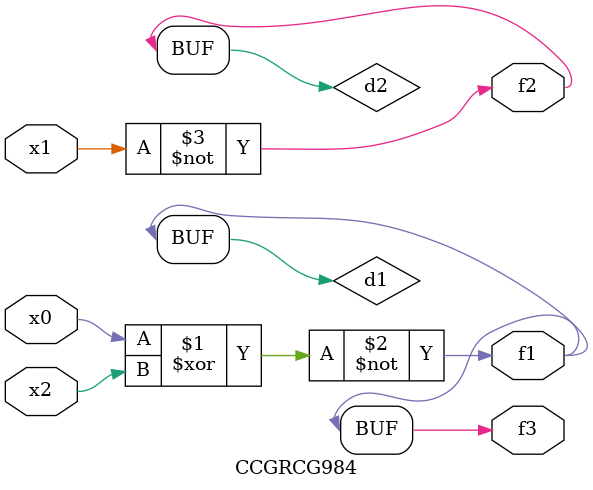
<source format=v>
module CCGRCG984(
	input x0, x1, x2,
	output f1, f2, f3
);

	wire d1, d2, d3;

	xnor (d1, x0, x2);
	nand (d2, x1);
	nor (d3, x1, x2);
	assign f1 = d1;
	assign f2 = d2;
	assign f3 = d1;
endmodule

</source>
